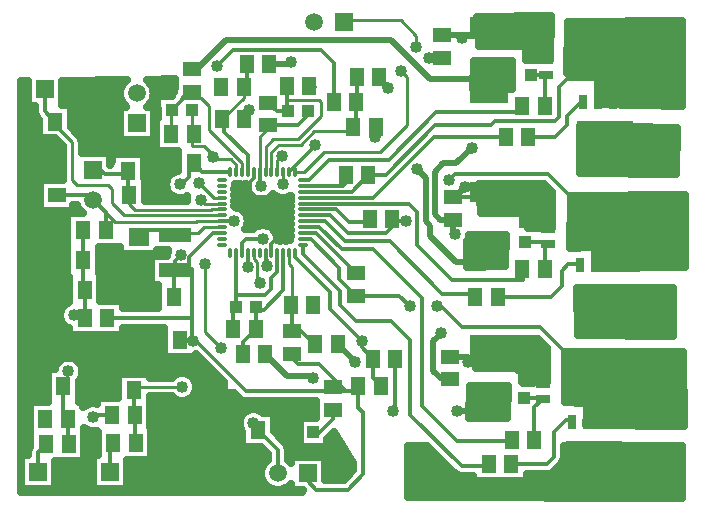
<source format=gtl>
G04 DipTrace 3.0.0.1*
G04 stspin32f0.GTL*
%MOIN*%
G04 #@! TF.FileFunction,Copper,L1,Top*
G04 #@! TF.Part,Single*
G04 #@! TA.AperFunction,Conductor*
%ADD10C,0.009843*%
%ADD14C,0.011811*%
%ADD15C,0.012992*%
%ADD16C,0.019685*%
G04 #@! TA.AperFunction,CopperBalancing*
%ADD17C,0.025*%
%ADD18R,0.051181X0.059055*%
%ADD19R,0.059055X0.051181*%
G04 #@! TA.AperFunction,ComponentPad*
%ADD20C,0.062992*%
%ADD21R,0.062992X0.062992*%
%ADD22R,0.043307X0.03937*%
%ADD23R,0.070866X0.062992*%
G04 #@! TA.AperFunction,ComponentPad*
%ADD24R,0.059055X0.059055*%
%ADD25C,0.059055*%
%ADD26R,0.106299X0.045276*%
%ADD28R,0.027559X0.045276*%
%ADD29R,0.185039X0.181102*%
%ADD31R,0.045276X0.027559*%
%ADD32R,0.181102X0.185039*%
%ADD33R,0.03937X0.043307*%
%ADD34R,0.125984X0.070866*%
%ADD36O,0.033465X0.011811*%
%ADD37O,0.011811X0.033465*%
%ADD38R,0.11811X0.11811*%
%ADD39R,0.19685X0.19685*%
G04 #@! TA.AperFunction,ViaPad*
%ADD40C,0.04*%
%FSLAX26Y26*%
G04*
G70*
G90*
G75*
G01*
G04 Top*
%LPD*%
X1384808Y1363114D2*
D14*
X1473178D1*
D15*
X1533713Y1302580D1*
X1660634D1*
X1681031Y1322978D1*
Y1349971D1*
X2353510Y1341738D2*
Y1348832D1*
X2200190Y1502152D1*
X1891680D1*
X1869152Y1479625D1*
X1727249Y1342639D2*
X1688364D1*
X1681031Y1349971D1*
X523060Y1784294D2*
Y1709629D1*
X557198Y1675491D1*
X1113155Y1363114D2*
D10*
X786299D1*
X746341Y1403072D1*
Y1451105D1*
X733360Y1464087D1*
X632042D1*
X614766Y1481362D1*
Y1607853D1*
X557199Y1665420D1*
X538871Y1683748D1*
X557198Y1675491D2*
D15*
X557199Y1665420D1*
X879169Y1089406D2*
Y1137677D1*
X836437Y1180409D1*
X724865Y1212772D2*
Y1222396D1*
X779896D1*
X1691518Y885728D2*
Y718122D1*
X1682965Y709568D1*
X2002739Y711215D2*
D16*
X1898392D1*
X1416269Y820920D2*
X1411087Y826102D1*
X1331605D1*
X1257882Y899825D1*
Y902052D1*
X1278509Y1237130D2*
D14*
Y1260357D1*
D15*
Y1268126D1*
X1303354Y1292971D1*
X1320320D1*
X1329808Y1302459D1*
X1959127Y1823220D2*
D16*
Y1817165D1*
X1806598D1*
X1676490Y1947274D1*
X1127636D1*
X1037730Y1857367D1*
D15*
X1032853D1*
X1025656Y1850171D1*
X1013354D1*
X1013060Y1850465D1*
X1111122Y1790270D2*
D3*
X1487129Y1741180D2*
Y1870152D1*
X1443051Y1914230D1*
X1150371D1*
X1098445Y1862303D1*
X1487129Y1752710D2*
D16*
Y1741180D1*
X1942248Y1207001D2*
X1894088D1*
X1807563Y1293526D1*
Y1327738D1*
X1792357Y1342944D1*
Y1487396D1*
X1763846Y1515907D1*
X1410222Y1790769D2*
D15*
Y1800975D1*
X1404841Y1795594D1*
X1219454Y1508783D2*
D14*
Y1486344D1*
D15*
X1191571Y1458461D1*
X1417962Y1063163D2*
D3*
X1846790Y1888795D2*
D16*
X1804194D1*
X1946997Y1588001D2*
X1895171Y1536175D1*
X1851873D1*
X1823970Y1508272D1*
Y1366156D1*
X1841503Y1348623D1*
X1883467D1*
Y1307420D1*
X1890772Y1300115D1*
X1842735Y971991D2*
X1846189D1*
X1818543Y944345D1*
Y844127D1*
X1845906Y816765D1*
X1874165D1*
X1357249Y1237130D2*
D14*
Y1222917D1*
D15*
X1473486Y1106681D1*
Y1051703D1*
X1579782Y945407D1*
Y922661D1*
X1616715Y885728D1*
Y821240D1*
X1643390Y794566D1*
X1874165Y891568D2*
D16*
X1932127D1*
Y874769D1*
X1557294D2*
X1499052Y933010D1*
X1874165Y891568D2*
D15*
X1962619D1*
X2002739Y931688D1*
X2008509D1*
X2118946Y821251D1*
X2134189Y1623547D2*
X2224542D1*
X2264576Y1663581D1*
Y1695769D1*
X2309346Y1740539D1*
X2316374D1*
X800076Y1511046D2*
Y1436621D1*
X805025Y1431672D1*
D10*
Y1400016D1*
X824934Y1380106D1*
X1076963D1*
X1079656Y1382799D1*
X1113155D1*
X682997Y1515739D2*
D15*
X707635D1*
X723886Y1499488D1*
X778466D1*
X790024Y1511046D1*
X800076D1*
X2189155Y1727573D2*
Y1823615D1*
X2194993Y1829454D1*
X2142675Y1829814D2*
X2194634D1*
X2194993Y1829454D1*
X1140714Y1508783D2*
D14*
X1128312D1*
D15*
X1048336D1*
X1020445Y1536675D1*
X1113155Y1304059D2*
D14*
X1084039D1*
D15*
X1003451Y1223471D1*
Y1184218D1*
X961272D1*
X956366Y1179312D1*
X953972Y1089406D2*
Y1176919D1*
X956366Y1179312D1*
Y1209531D1*
X978012Y1231177D1*
X974471Y1466031D2*
Y1461310D1*
X1002795Y1489634D1*
Y1519025D1*
X1020445Y1536675D1*
X1187421Y1682610D2*
Y1697908D1*
X1205358Y1715845D1*
X1624693Y1625177D2*
Y1657430D1*
X1626341Y1659079D1*
X956366Y1179312D2*
X1007219D1*
X1012875Y1184969D1*
Y1020550D1*
Y959192D1*
X1194975Y777092D1*
X1483672D1*
X1551113D1*
X1568587Y794566D1*
Y777722D1*
X1525457D1*
X1435606Y867572D1*
X1366676D1*
X1342303Y891945D1*
Y896626D1*
X1347827Y902150D1*
X731328Y1020550D2*
X1012875D1*
X974037Y946835D2*
X1006751D1*
X1012875Y952959D1*
Y959192D1*
X747986Y698377D2*
X691659D1*
X684018Y690736D1*
X520655D2*
Y688974D1*
X525113Y684516D1*
X1017031Y945206D2*
X975665D1*
X974037Y946835D1*
X1483672Y789748D2*
Y777092D1*
X1399776Y502849D2*
Y476367D1*
X1427155Y448988D1*
X1533971D1*
X1584236Y499253D1*
Y706668D1*
X1568587Y722318D1*
Y794566D1*
X1384814Y1481224D2*
D14*
X1402794D1*
X1469795Y1548226D1*
X1669398D1*
X1828346Y1707175D1*
X2114352D1*
Y1727573D1*
X1384808Y1422169D2*
X1617697D1*
X1819075Y1623547D1*
X2059386D1*
X1384808Y1461539D2*
X1518612D1*
X1527150Y1470077D1*
Y1497001D1*
X1384808Y1441854D2*
X1546806D1*
X1601953Y1497001D1*
D15*
X1659576D1*
X1825291Y1662717D1*
X2009657D1*
X2024864Y1677923D1*
X2223127D1*
X2237332Y1692127D1*
Y1792453D1*
X2349333Y1904454D1*
X1483672Y714945D2*
Y683505D1*
X1427014Y626848D1*
X1418640D1*
Y639932D1*
X1883467Y1423427D2*
D16*
Y1434762D1*
X1900697D1*
X1923245Y1457311D1*
X1666663Y1787770D2*
X1637364Y1817070D1*
Y1823451D1*
X1883467Y1423427D2*
D15*
X1986136D1*
X2003969Y1441259D1*
X2078678Y534514D2*
X2197618D1*
X2220547Y557444D1*
Y641073D1*
X2260461Y680987D1*
X2274188D1*
X2279848Y675327D1*
X2154845Y615339D2*
Y722626D1*
X2184029Y751810D1*
X2118946Y754322D2*
X2181517D1*
X2184029Y751810D1*
X500655Y506615D2*
Y574961D1*
X527320Y601626D1*
X1384808Y1402484D2*
D14*
X1735803D1*
X1765238Y1373050D1*
Y1264507D1*
X1881266Y1148478D1*
X2117841D1*
Y1180138D1*
X2114828Y1183151D1*
X1384808Y1284374D2*
X1409530D1*
X1504810Y1189094D1*
Y1149764D1*
X1558913Y1095660D1*
D15*
X1703539D1*
X1739899Y1059301D1*
X1830972Y1061829D2*
X1843621D1*
X1913062Y992388D1*
X2172790D1*
X2338369Y826810D1*
X1384808Y1264689D2*
Y1233255D1*
X1507713Y1110350D1*
Y1064735D1*
X1560932Y1011516D1*
X1678472D1*
X1741307Y948681D1*
Y699077D1*
X1912222Y528163D1*
X1997524D1*
X2003875Y534514D1*
X1384808Y1323744D2*
D14*
X1438609D1*
X1512781Y1249572D1*
X1617558D1*
X1781222Y1085908D1*
Y726551D1*
X1896671Y611102D1*
X2075806D1*
X2080042Y615339D1*
X2003486Y1990594D2*
D15*
Y1963598D1*
X1846790D1*
D16*
X1947982D1*
X1951146Y1960434D1*
X1912619D1*
Y1952580D1*
X1345215Y1874853D2*
X1338378Y1868014D1*
X1271189D1*
X944650Y1633017D2*
D10*
Y1712888D1*
X946896Y1715135D1*
X1013060Y1775661D2*
X1004201D1*
X943675Y1715135D1*
X946896D1*
X1180084Y1508783D2*
Y1537650D1*
X1070091Y1647643D1*
Y1728476D1*
X1044297Y1754270D1*
X976231D1*
X997622Y1775661D1*
X1013060D1*
X1199769Y1508783D2*
D14*
Y1563911D1*
X1121958Y1641722D1*
Y1682610D1*
X1112618D1*
X1185925Y1790270D2*
D10*
Y1755636D1*
X1112899Y1682610D1*
X1112618D1*
X1196386Y1868014D2*
D15*
Y1800731D1*
X1185925Y1790270D1*
X1113155Y1343429D2*
D14*
X1136383D1*
D15*
X1153198D1*
X682997Y1415739D2*
D10*
X756680Y1342056D1*
X1029192D1*
X1026542Y1344706D1*
X1111878D1*
X1113155Y1343429D1*
X725613Y1313340D2*
D15*
Y1373123D1*
X682997Y1415739D1*
X562297Y1430350D2*
X668386D1*
X682997Y1415739D1*
X1384808Y1382799D2*
D14*
X1492765D1*
D15*
X1536026Y1339538D1*
X1595795D1*
X1606228Y1349971D1*
X1013825Y1715135D2*
D10*
Y1592992D1*
Y1627390D1*
X1019453Y1633017D1*
X1013825Y1592992D2*
X1053906D1*
X1097185Y1549713D1*
X1084277D1*
X1142972D1*
X1160807Y1531878D1*
Y1509192D1*
X1160399Y1508783D1*
X1199769Y1237130D2*
D14*
Y1213902D1*
D15*
Y1191837D1*
X1084277Y1557907D2*
Y1549713D1*
X1384808Y1343429D2*
D14*
X1455621D1*
X1522717Y1276333D1*
X1673421D1*
X1848734Y1101021D1*
X1949444D1*
X1958546Y1091919D1*
X1317879Y1508783D2*
D10*
Y1467537D1*
X1384808Y1304059D2*
D14*
X1427612D1*
X1560060Y1171610D1*
X1558913Y1170463D1*
X1258824Y1237130D2*
Y1213902D1*
D15*
X1264415D1*
Y1193364D1*
X619992Y1029797D2*
X629239Y1020550D1*
X656525D1*
X650062Y1212772D2*
Y1121293D1*
X656265Y1115089D1*
Y1020810D1*
X656525Y1020550D1*
X650810Y1313340D2*
Y1213520D1*
X650062Y1212772D1*
X2033349Y1091919D2*
X2210209D1*
X2245575Y1127285D1*
Y1179122D1*
X2266310Y1199857D1*
X2305446D1*
X2307824Y1197479D1*
X739990Y506933D2*
Y591411D1*
X751713Y603134D1*
X1113155Y1323744D2*
D10*
X1052534D1*
X1034311Y1305521D1*
X964465D1*
X956366Y1297423D1*
D15*
Y1313811D1*
X856085D1*
Y1310294D1*
X836437Y1290646D1*
X1562560Y1823451D2*
Y1741808D1*
X1561932Y1741180D1*
Y1669472D1*
X1551538Y1659079D1*
X1278509Y1508783D2*
D10*
Y1574728D1*
X1302932Y1599151D1*
X1376895D1*
X1421626Y1643882D1*
X1551538D1*
Y1659079D1*
X585088Y793559D2*
X598581D1*
Y842639D1*
X602037D1*
X1038201Y1469572D2*
X1085604Y1422169D1*
X1113155D1*
X585088Y793559D2*
D15*
Y699344D1*
X599916Y684516D1*
Y603833D1*
X602123Y601626D1*
X1113155Y1402484D2*
D10*
X1056644D1*
X1043512Y1415617D1*
X1056974Y1201869D2*
Y975516D1*
X1111066Y921424D1*
X980446Y790803D2*
X831615D1*
X820606Y779794D1*
D15*
Y700559D1*
X822789Y698377D1*
Y606861D1*
X826516Y603134D1*
X1219454Y1237130D2*
D10*
Y1217887D1*
X1230945Y1206396D1*
Y1144441D1*
X1239228Y1136157D1*
X1218576Y670825D2*
Y663257D1*
X1233841Y647992D1*
X1299776Y502849D2*
D15*
Y582058D1*
X1233841Y647992D1*
X2189631Y1183151D2*
Y1257198D1*
X2199171Y1266738D1*
X2124106Y1273500D2*
X2192408D1*
X2199171Y1266738D1*
X1330038Y1795594D2*
Y1746341D1*
Y1715283D1*
X1335154Y1710168D1*
X1295780D1*
X1268614Y1737333D1*
X1258824Y1508783D2*
D10*
Y1591770D1*
X1281626Y1614571D1*
X1279675D1*
X1281873Y1616769D1*
X1366640D1*
X1442568Y1692697D1*
Y1739454D1*
X1435681Y1746341D1*
X1330038D1*
X1402083Y1710168D2*
D15*
X1393458D1*
Y1690062D1*
X1365927Y1662530D1*
X1268614D1*
X1239139Y1508783D2*
D10*
Y1624021D1*
X1258677Y1643559D1*
Y1652593D1*
X1268614Y1662530D1*
X1180084Y1237130D2*
D14*
Y1260357D1*
D15*
Y1272307D1*
X1192690Y1284913D1*
X1250593D1*
X1244894Y1459615D2*
X1239139D1*
Y1508783D1*
X1298194D2*
D10*
Y1546530D1*
X1312479Y1560815D1*
X1424249Y933010D2*
D15*
X1420127D1*
X1376185Y976953D1*
X1347827D1*
Y1058495D1*
X1343159Y1063163D1*
X1337564Y1237130D2*
D10*
Y1199959D1*
X1345815Y1191709D1*
Y1065819D1*
X1343159Y1063163D1*
X1183079Y902052D2*
D15*
Y940554D1*
X1226429Y983904D1*
X1226875Y1059147D2*
Y984350D1*
X1226429Y983904D1*
X1317879Y1237130D2*
D14*
Y1213902D1*
D15*
Y1113490D1*
X1252762Y1048373D1*
X1237650D1*
X1226875Y1059147D1*
X1151626Y983904D2*
Y1050827D1*
X1159946Y1059147D1*
D14*
Y1098252D1*
X1258281D1*
X1277937Y1117908D1*
Y1152924D1*
X1298194Y1173181D1*
Y1237130D1*
X1159946Y1059147D2*
Y1237130D1*
X1160399D1*
X1424558Y1598450D2*
D10*
X1337564Y1511457D1*
Y1508783D1*
X1357249D2*
X1388684D1*
X1453951Y1574051D1*
X1639538D1*
X1730769Y1665282D1*
Y1824937D1*
X1709862Y1845844D1*
X1761180Y1923770D2*
Y1961783D1*
X1709862Y2013101D1*
X1527625D1*
X1521306Y2006782D1*
D40*
X1869152Y1479625D3*
X1727249Y1342639D3*
X779896Y1222396D3*
X1682965Y709568D3*
X1898392Y711215D3*
X1416269Y820920D3*
X1111122Y1790270D3*
X1098445Y1862303D3*
X1763846Y1515907D3*
X1410222Y1790769D3*
X1417962Y1063163D3*
X1804194Y1888795D3*
X1946997Y1588001D3*
X1890772Y1300115D3*
X1842735Y971991D3*
X1579782Y945407D3*
X1932127Y874769D3*
X1557294D3*
X978012Y1231177D3*
X974471Y1466031D3*
X1205358Y1715845D3*
X1624693Y1625177D3*
X1205358Y1715845D3*
X684018Y690736D3*
X520655D3*
X1017031Y945206D3*
X684018Y690736D3*
X1923245Y1457311D3*
X1666663Y1787770D3*
X1739899Y1059301D3*
X1830972Y1061829D3*
X1912619Y1952580D3*
X1345215Y1874853D3*
X1153198Y1343429D3*
X1199769Y1191837D3*
X1084277Y1557907D3*
X1317879Y1467537D3*
X1264415Y1193364D3*
X619992Y1029797D3*
X602037Y842639D3*
X1038201Y1469572D3*
X1043512Y1415617D3*
X1056974Y1201869D3*
X1111066Y921424D3*
X980446Y790803D3*
X1239228Y1136157D3*
X1218576Y670825D3*
X1250593Y1284913D3*
X1244894Y1459615D3*
X1312479Y1560815D3*
X1424558Y1598450D3*
X1709862Y1845844D3*
X1761180Y1923770D3*
X1959375Y1861718D3*
X1959127Y1823220D3*
X1996008Y1858980D3*
X2035000Y1859535D3*
X2073201Y1857034D3*
X2073953Y1794522D3*
X1954862Y772089D3*
X1947950Y733604D3*
X1954234Y703759D3*
X2007013Y774133D3*
X2051625Y774602D3*
X2049098Y1210290D3*
X2009213Y1206419D3*
X1980028Y1210142D3*
X1942248Y1207001D3*
X1948610Y1263785D3*
X1329808Y1302459D3*
Y1350840D3*
Y1404404D3*
X2321014Y1646343D3*
X2385092Y1643413D3*
X2444042Y1645135D3*
X2445471Y1590539D3*
X2385530Y1593470D3*
X2325005Y1594752D3*
X2325224Y1534738D3*
X2384249Y1534812D3*
X2441699Y1536240D3*
X2319953Y1103699D3*
X2372444Y1104371D3*
X2427717Y1100243D3*
X2426753Y1048134D3*
X2371861Y1048806D3*
X2319661Y1049098D3*
X2322825Y991424D3*
X2374934Y992388D3*
X2427427Y992096D3*
X2413803Y581499D3*
X2361694Y582552D3*
X2307566Y584664D3*
Y519022D3*
X2355837Y519605D3*
X2413803Y518549D3*
X1347112Y727984D3*
X1395492D3*
X1968173Y2002585D2*
D17*
X2207852D1*
X1969882Y1977717D2*
X2207412D1*
X1971592Y1952849D2*
X2206972D1*
X2129844Y1927980D2*
X2206533D1*
X2130088Y1903112D2*
X2206142D1*
X2210759Y2027324D2*
X1964092Y2024807D1*
X1970762Y1928671D1*
X2116906Y1928538D1*
X2120625Y1927329D1*
X2123789Y1925031D1*
X2126087Y1921867D1*
X2127295Y1918148D1*
X2127686Y1891312D1*
X2127780Y1880484D1*
X2208293Y1881307D1*
X2210755Y2027374D1*
X1955413Y1853451D2*
X2077562D1*
X1955022Y1828583D2*
X2077219D1*
X1954583Y1803714D2*
X2076878D1*
X2080367Y1878160D2*
X1953327Y1876571D1*
X1951777Y1784966D1*
X2079093Y1784192D1*
X2080378Y1878177D1*
X1941320Y769836D2*
X2063858D1*
X1940588Y744967D2*
X2063517D1*
X1939854Y720098D2*
X2063176D1*
X1939122Y695230D2*
X2062785D1*
X2066734Y794545D2*
X1939497Y792953D1*
X1936433Y688530D1*
X2065199Y688736D1*
X2066732Y794535D1*
X1934388Y1273764D2*
X2056927D1*
X1933656Y1248895D2*
X2056585D1*
X1932923Y1224026D2*
X2056244D1*
X1932190Y1199159D2*
X2055853D1*
X1939488Y1296980D2*
Y1296541D1*
X1937121Y1296469D1*
X1935980Y1289262D1*
X1933726Y1282324D1*
X1932022Y1278698D1*
X1929501Y1192459D1*
X2058268Y1192665D1*
X2059801Y1298465D1*
X1939499Y1296969D1*
X1973009Y1451622D2*
X2201602D1*
X1975109Y1426753D2*
X2212491D1*
X1977209Y1401885D2*
X2212491D1*
X1979357Y1377016D2*
X2212491D1*
X2136925Y1352147D2*
X2212491D1*
X2137121Y1327278D2*
X2212442D1*
X2134717Y1321646D2*
X2215007Y1322157D1*
X2214999Y1440696D1*
X2186520Y1469171D1*
X1968990Y1469163D1*
X1977483Y1369542D1*
X2123815Y1369391D1*
X2127534Y1368182D1*
X2130698Y1365885D1*
X2132996Y1362720D1*
X2134205Y1359001D1*
X2134596Y1332165D1*
X2134694Y1321667D1*
X1966150Y925175D2*
X2190886D1*
X1965320Y900306D2*
X2193913D1*
X1964490Y875437D2*
X2194109D1*
X2119080Y850570D2*
X2194304D1*
X2119274Y825701D2*
X2194500D1*
X2196306Y922220D2*
X2168478Y950049D1*
X1964454Y950043D1*
X1961223Y853444D1*
X2106106Y853310D1*
X2109825Y852101D1*
X2112990Y849803D1*
X2115287Y846639D1*
X2116496Y842920D1*
X2116887Y816084D1*
X2116980Y805256D1*
X2197154Y806106D1*
X2196259Y922265D1*
X446802Y1792319D2*
X464551D1*
X581567D2*
X776129D1*
X883228D2*
X954546D1*
X446802Y1767450D2*
X464551D1*
X581567D2*
X771148D1*
X888159D2*
X945220D1*
X446753Y1742581D2*
X464551D1*
X581567D2*
X777886D1*
X881421D2*
X896245D1*
X446705Y1717713D2*
X487554D1*
X611793D2*
X771148D1*
X446655Y1692844D2*
X492144D1*
X611793D2*
X771148D1*
X446655Y1667975D2*
X502593D1*
X611793D2*
X771148D1*
X446606Y1643106D2*
X502593D1*
X626441D2*
X771148D1*
X446558Y1618238D2*
X557476D1*
X646900D2*
X771148D1*
X446509Y1593369D2*
X580865D1*
X648657D2*
X890045D1*
X446509Y1568500D2*
X580865D1*
X741529D2*
X965874D1*
X446461Y1543631D2*
X580865D1*
X854663D2*
X965874D1*
X446411Y1518762D2*
X580865D1*
X854663D2*
X965874D1*
X446362Y1493894D2*
X580865D1*
X854663D2*
X934770D1*
X446314Y1469025D2*
X503765D1*
X859594D2*
X925591D1*
X446314Y1444156D2*
X503765D1*
X859594D2*
X930962D1*
X446265Y1419287D2*
X503765D1*
X859594D2*
X994682D1*
X446217Y1394419D2*
X503765D1*
X446167Y1369550D2*
X648785D1*
X446167Y1344681D2*
X596245D1*
X446118Y1319812D2*
X596245D1*
X446070Y1294944D2*
X596245D1*
X446021Y1270075D2*
X596245D1*
X446021Y1245206D2*
X595465D1*
X704663D2*
X772026D1*
X900854D2*
X931206D1*
X445972Y1220337D2*
X595465D1*
X704663D2*
X874224D1*
X445923Y1195469D2*
X595465D1*
X704663D2*
X874224D1*
X445874Y1170600D2*
X595465D1*
X710865D2*
X874224D1*
X445874Y1145731D2*
X601665D1*
X710865D2*
X874224D1*
X445825Y1120862D2*
X601665D1*
X710865D2*
X899370D1*
X445777Y1095993D2*
X601665D1*
X710865D2*
X899370D1*
X445728Y1071125D2*
X596197D1*
X785913D2*
X899370D1*
X445678Y1046256D2*
X574029D1*
X445678Y1021387D2*
X571782D1*
X445630Y996518D2*
X585014D1*
X445581Y971650D2*
X601958D1*
X785913D2*
X919438D1*
X445533Y946781D2*
X919438D1*
X445533Y921912D2*
X919438D1*
X445484Y897043D2*
X919438D1*
X445434Y872175D2*
X563629D1*
X640454D2*
X1050738D1*
X445386Y847306D2*
X530522D1*
X650806D2*
X1075591D1*
X445386Y822437D2*
X530522D1*
X646411D2*
X766021D1*
X875171D2*
X943853D1*
X1017017D2*
X1100493D1*
X445337Y797568D2*
X530522D1*
X639673D2*
X766021D1*
X1028930D2*
X1116655D1*
X445289Y772699D2*
X530522D1*
X639673D2*
X766021D1*
X1025757D2*
X1116558D1*
X445239Y747831D2*
X530522D1*
X639673D2*
X693413D1*
X877369D2*
X960210D1*
X1000709D2*
X1177251D1*
X445239Y722962D2*
X470513D1*
X877369D2*
X1425151D1*
X445190Y698093D2*
X470513D1*
X877369D2*
X1178423D1*
X1288403D2*
X1425151D1*
X445142Y673224D2*
X470513D1*
X877369D2*
X1169634D1*
X1288403D2*
X1369976D1*
X445093Y648356D2*
X470513D1*
X881079D2*
X1175396D1*
X1288403D2*
X1369976D1*
X445093Y623487D2*
X472759D1*
X656714D2*
X697125D1*
X881079D2*
X1179253D1*
X1307495D2*
X1369976D1*
X1472827D2*
X1496197D1*
X445045Y598618D2*
X472759D1*
X656714D2*
X697125D1*
X881079D2*
X1179253D1*
X1330786D2*
X1369976D1*
X1467310D2*
X1511235D1*
X444995Y573749D2*
X465190D1*
X656714D2*
X697125D1*
X881079D2*
X1258941D1*
X1335278D2*
X1526323D1*
X656714Y548881D2*
X681450D1*
X881079D2*
X1264312D1*
X1458277D2*
X1541362D1*
X559155Y524012D2*
X681450D1*
X798510D2*
X1245415D1*
X1458277D2*
X1548735D1*
X559155Y499143D2*
X681450D1*
X798510D2*
X1241362D1*
X1458277D2*
X1534966D1*
X559155Y474274D2*
X681450D1*
X798510D2*
X1249077D1*
X444801Y449406D2*
X1280474D1*
X1319067D2*
X1341265D1*
X760493Y1567066D2*
X852159D1*
Y1487720D1*
X857108Y1487692D1*
Y1411568D1*
X997249Y1411520D1*
X997163Y1419265D1*
X998223Y1426064D1*
X992262Y1423079D1*
X985324Y1420824D1*
X978119Y1419682D1*
X970823D1*
X963618Y1420824D1*
X956680Y1423079D1*
X950178Y1426391D1*
X944277Y1430678D1*
X939118Y1435837D1*
X934831Y1441739D1*
X931518Y1448240D1*
X929264Y1455178D1*
X928122Y1462383D1*
Y1469680D1*
X929264Y1476885D1*
X931518Y1483823D1*
X934831Y1490324D1*
X939118Y1496226D1*
X944277Y1501385D1*
X950178Y1505672D1*
X956680Y1508984D1*
X963618Y1511239D1*
X968374Y1512091D1*
X968362Y1576992D1*
X892567Y1576997D1*
Y1689037D1*
X898768D1*
X898751Y1761312D1*
X945686Y1761604D1*
X948241Y1768531D1*
X952344Y1774671D1*
X954026Y1776490D1*
X957041Y1786077D1*
Y1815912D1*
X862244Y1814829D1*
X869272Y1808854D1*
X874982Y1802171D1*
X879573Y1794675D1*
X882938Y1786554D1*
X884990Y1778007D1*
X885680Y1769243D1*
X884990Y1760479D1*
X882938Y1751932D1*
X879573Y1743811D1*
X874982Y1736315D1*
X869272Y1729631D1*
X864302Y1725273D1*
X885680Y1725262D1*
Y1613223D1*
X773640D1*
Y1725262D1*
X794979D1*
X790049Y1729631D1*
X784339Y1736315D1*
X779747Y1743811D1*
X776382Y1751932D1*
X774331Y1760479D1*
X773640Y1769243D1*
X774331Y1778007D1*
X776382Y1786554D1*
X779747Y1794675D1*
X784339Y1802171D1*
X790049Y1808854D1*
X796071Y1814042D1*
X579060Y1811499D1*
X579080Y1731520D1*
X609281Y1731510D1*
Y1657731D1*
X638654Y1628255D1*
X642756Y1622114D1*
X645312Y1615186D1*
X646180Y1607853D1*
Y1571769D1*
X739017Y1571759D1*
Y1532451D1*
X747993Y1542526D1*
Y1567066D1*
X760493D1*
X901890Y1053551D2*
Y1130211D1*
X876724Y1130182D1*
Y1228442D1*
X929312D1*
X931289Y1230963D1*
X932804Y1242030D1*
X934807Y1248286D1*
X898362Y1248293D1*
Y1232657D1*
X774512D1*
Y1257316D1*
X702159Y1257320D1*
X702144Y1171087D1*
X708348Y1171109D1*
Y1076529D1*
X783411Y1076570D1*
Y1053571D1*
X901885Y1053538D1*
X1382699Y446829D2*
X1343756D1*
Y468167D1*
X1339387Y463238D1*
X1332703Y457528D1*
X1325207Y452936D1*
X1317087Y449571D1*
X1308539Y447520D1*
X1299776Y446829D1*
X1291012Y447520D1*
X1282465Y449571D1*
X1274344Y452936D1*
X1266848Y457528D1*
X1260164Y463238D1*
X1254454Y469921D1*
X1249862Y477417D1*
X1246497Y485538D1*
X1244446Y494085D1*
X1243756Y502849D1*
X1244446Y511613D1*
X1246497Y520160D1*
X1249862Y528281D1*
X1254454Y535777D1*
X1260164Y542461D1*
X1266781Y548117D1*
X1266787Y568425D1*
X1243199Y591972D1*
X1181759D1*
Y642412D1*
X1177151Y649718D1*
X1174360Y656458D1*
X1172656Y663552D1*
X1172084Y670825D1*
X1172656Y678098D1*
X1174360Y685193D1*
X1177151Y691933D1*
X1181766Y699172D1*
X1181759Y704012D1*
X1186007D1*
X1191249Y708438D1*
X1197469Y712251D1*
X1204209Y715042D1*
X1211303Y716745D1*
X1218576Y717318D1*
X1225849Y716745D1*
X1232944Y715042D1*
X1239684Y712251D1*
X1245903Y708438D1*
X1251143Y704012D1*
X1285924D1*
Y642537D1*
X1324860Y603482D1*
X1329168Y597034D1*
X1331852Y589759D1*
X1332764Y582058D1*
Y548122D1*
X1339387Y542461D1*
X1343745Y537491D1*
X1343756Y558869D1*
X1455795D1*
Y481965D1*
X1520270Y481976D1*
X1551214Y512883D1*
X1551248Y536705D1*
X1487999Y641168D1*
X1464841Y618022D1*
X1464818Y591786D1*
X1372463D1*
Y688077D1*
X1427688D1*
X1427652Y740841D1*
X1425690Y744089D1*
X1192387Y744205D1*
X1184781Y745718D1*
X1177739Y748965D1*
X1171648Y753765D1*
X1154835Y770580D1*
X1129635Y770748D1*
X1125916Y771957D1*
X1122752Y774256D1*
X1120454Y777420D1*
X1119245Y781139D1*
X1119211Y806157D1*
X1026119Y899327D1*
Y890815D1*
X921954D1*
Y987543D1*
X783432Y987562D1*
X783411Y964530D1*
X604442D1*
Y985966D1*
X598886Y988371D1*
X592665Y992182D1*
X587118Y996921D1*
X582379Y1002469D1*
X578568Y1008689D1*
X575776Y1015429D1*
X574073Y1022522D1*
X573500Y1029797D1*
X574073Y1037070D1*
X575776Y1044163D1*
X578568Y1050903D1*
X582379Y1057123D1*
X587118Y1062671D1*
X592665Y1067409D1*
X598886Y1071220D1*
X604194Y1073484D1*
X604182Y1156774D1*
X597979Y1156752D1*
Y1268791D1*
X598711D1*
X598727Y1369360D1*
X651608D1*
X646615Y1373142D1*
X640400Y1379357D1*
X635232Y1386469D1*
X631241Y1394301D1*
X630118Y1397348D1*
X618316Y1397325D1*
Y1378268D1*
X506277D1*
Y1482433D1*
X583377D1*
X583353Y1594887D1*
X558752Y1619442D1*
X505115Y1619471D1*
Y1680945D1*
X496373Y1690239D1*
X492583Y1697004D1*
X490478Y1704469D1*
X490072Y1709629D1*
Y1728232D1*
X467041Y1728274D1*
Y1810159D1*
X444346Y1809751D1*
X442294Y440269D1*
X444635Y450596D1*
Y562635D1*
X467634D1*
X467768Y577549D1*
X469281Y585155D1*
X472528Y592197D1*
X473974Y594358D1*
X475238Y608106D1*
Y628467D1*
X473030Y628496D1*
Y740535D1*
X533041D1*
X533005Y849579D1*
X556101D1*
X557820Y857007D1*
X560612Y863747D1*
X564424Y869966D1*
X569161Y875514D1*
X574710Y880252D1*
X580929Y884064D1*
X587669Y886856D1*
X594764Y888559D1*
X602037Y889131D1*
X609310Y888559D1*
X616404Y886856D1*
X623144Y884064D1*
X629364Y880252D1*
X634912Y875514D1*
X639650Y869966D1*
X643462Y863747D1*
X646253Y857007D1*
X647957Y849912D1*
X648529Y842639D1*
X647957Y835366D1*
X646253Y828272D1*
X643462Y821531D1*
X639650Y815312D1*
X637171Y812079D1*
Y740503D1*
X651999Y740535D1*
Y724471D1*
X656692Y728349D1*
X662911Y732161D1*
X669651Y734953D1*
X676745Y736656D1*
X684018Y737228D1*
X691291Y736656D1*
X695902Y735654D1*
X695903Y754396D1*
X768510D1*
X768524Y835814D1*
X872689D1*
Y822190D1*
X946215Y822217D1*
X950252Y826156D1*
X956154Y830444D1*
X962655Y833756D1*
X969593Y836010D1*
X976798Y837152D1*
X984094D1*
X991299Y836010D1*
X998238Y833756D1*
X1004739Y830444D1*
X1010640Y826156D1*
X1015799Y820997D1*
X1020087Y815096D1*
X1023399Y808594D1*
X1025654Y801656D1*
X1026795Y794451D1*
Y787155D1*
X1025654Y779950D1*
X1023399Y773012D1*
X1020087Y766510D1*
X1015799Y760609D1*
X1010640Y755450D1*
X1004739Y751163D1*
X998238Y747850D1*
X991299Y745596D1*
X984094Y744454D1*
X976798D1*
X969593Y745596D1*
X962655Y747850D1*
X956154Y751163D1*
X950252Y755450D1*
X946226Y759383D1*
X872682Y759390D1*
X874871Y754396D1*
Y659133D1*
X878598Y659154D1*
Y547114D1*
X796030D1*
X796009Y450913D1*
X683970D1*
Y562953D1*
X699644D1*
X699630Y642378D1*
X695903Y642357D1*
Y645823D1*
X687667Y644387D1*
X680370D1*
X673165Y645529D1*
X666227Y647783D1*
X659726Y651096D1*
X654217Y655075D1*
X654206Y545606D1*
X556697D1*
X556675Y450596D1*
X444635D1*
X442322Y440315D1*
X1379772Y440571D1*
X1156280Y1458997D2*
X1154845Y1451710D1*
X1156280Y1444396D1*
X1155980Y1436786D1*
X1154845Y1432025D1*
X1156280Y1424711D1*
X1155980Y1417101D1*
X1154845Y1412340D1*
X1156280Y1405026D1*
X1155980Y1397416D1*
X1154845Y1392655D1*
X1155583Y1389865D1*
X1163450Y1388756D1*
X1163437Y1458504D1*
X1198448D1*
X1198818Y1465571D1*
X1192206Y1466454D1*
X1189940Y1467093D1*
X1182626Y1465659D1*
X1175016Y1465958D1*
X1170255Y1467093D1*
X1162941Y1465659D1*
X1156091Y1465867D1*
X1156280Y1458997D1*
X1296854Y1280302D2*
X1303262Y1279955D1*
X1308024Y1278820D1*
X1315337Y1280255D1*
X1322948Y1279955D1*
X1327709Y1278820D1*
X1335022Y1280255D1*
X1341873Y1280046D1*
X1341684Y1286916D1*
X1343118Y1294203D1*
X1341684Y1301517D1*
X1341983Y1309127D1*
X1343118Y1313888D1*
X1341684Y1321202D1*
X1341983Y1328812D1*
X1343118Y1333573D1*
X1341684Y1340887D1*
X1341983Y1348497D1*
X1343118Y1353259D1*
X1341684Y1360572D1*
X1341983Y1368182D1*
X1343118Y1372944D1*
X1341684Y1380257D1*
X1341983Y1387867D1*
X1343118Y1392629D1*
X1341684Y1399942D1*
X1341983Y1407552D1*
X1343118Y1412314D1*
X1341684Y1419627D1*
X1341983Y1427238D1*
X1342105Y1427852D1*
X1334534Y1424164D1*
X1334531Y1287409D1*
X1296983D1*
X1296829Y1280316D1*
X1170757Y1433857D2*
X1203697D1*
X1171490Y1408988D2*
X1339487D1*
X1178178Y1384119D2*
X1338999D1*
X1199419Y1359251D2*
X1338510D1*
X1201323Y1334382D2*
X1338022D1*
X1292534Y1309513D2*
X1337534D1*
X1299566Y1284644D2*
X1337046D1*
X1341807Y1398906D2*
X1341685Y1405025D1*
X1342138Y1416176D1*
X1341584Y1422169D1*
X1342106Y1427850D1*
X1335672Y1424583D1*
X1328734Y1422328D1*
X1321528Y1421188D1*
X1314232D1*
X1307026Y1422328D1*
X1300088Y1424583D1*
X1293588Y1427895D1*
X1287686Y1432184D1*
X1284472Y1435238D1*
X1280247Y1429423D1*
X1275088Y1424264D1*
X1269186Y1419975D1*
X1262686Y1416663D1*
X1255748Y1414408D1*
X1248542Y1413268D1*
X1241247D1*
X1234041Y1414408D1*
X1227102Y1416663D1*
X1220602Y1419975D1*
X1214701Y1424264D1*
X1209542Y1429423D1*
X1205253Y1435324D1*
X1201941Y1441824D1*
X1199686Y1448762D1*
X1198812Y1453717D1*
X1167609Y1457199D1*
X1169643Y1386912D1*
X1177491Y1383070D1*
X1183392Y1378781D1*
X1188551Y1373622D1*
X1192840Y1367720D1*
X1196152Y1361220D1*
X1198407Y1354282D1*
X1199547Y1347076D1*
Y1339781D1*
X1198407Y1332575D1*
X1196152Y1325636D1*
X1192008Y1317891D1*
X1217837Y1317903D1*
X1223265Y1322528D1*
X1229486Y1326339D1*
X1236226Y1329131D1*
X1243319Y1330833D1*
X1250593Y1331406D1*
X1257866Y1330833D1*
X1264959Y1329131D1*
X1271699Y1326339D1*
X1277920Y1322528D1*
X1283467Y1317789D1*
X1288206Y1312241D1*
X1292017Y1306021D1*
X1294810Y1299281D1*
X1296512Y1292188D1*
X1297085Y1284913D1*
X1297012Y1283076D1*
X1339499Y1283341D1*
X1341982Y1408316D1*
X2270654Y1985558D2*
X2644218D1*
X2270068Y1960689D2*
X2644413D1*
X2269482Y1935822D2*
X2644609D1*
X2268896Y1910953D2*
X2644755D1*
X2268310Y1886084D2*
X2644950D1*
X2267724Y1861215D2*
X2645146D1*
X2289745Y1836346D2*
X2645341D1*
X2370605Y1811478D2*
X2645537D1*
X2370214Y1786609D2*
X2645682D1*
X2369774Y1761740D2*
X2645878D1*
X2369335Y1736871D2*
X2646073D1*
X2355824Y1833804D2*
X2359857Y1833130D1*
X2363310Y1831295D1*
X2366028Y1828483D1*
X2367743Y1824967D1*
X2368287Y1821094D1*
X2366818Y1733332D1*
X2648642Y1727514D1*
X2646510Y2010356D1*
X2268636Y2008197D1*
X2264822Y1837173D1*
X2358198Y1833576D1*
X2361871Y1832231D1*
X2364948Y1829818D1*
X2367129Y1826571D1*
X2368199Y1822810D1*
X2368268Y1820671D1*
X2279902Y1406003D2*
X2655126D1*
X2279316Y1381134D2*
X2654882D1*
X2278730Y1356265D2*
X2654688D1*
X2278193Y1331396D2*
X2654492D1*
X2277608Y1306528D2*
X2654248D1*
X2277021Y1281659D2*
X2654052D1*
X2276436Y1256790D2*
X2319336D1*
X2361542D2*
X2653808D1*
X2360713Y1231921D2*
X2653613D1*
X2359932Y1207052D2*
X2653417D1*
X2358252Y1232689D2*
X2356774Y1186864D1*
X2655745Y1189198D1*
X2657828Y1430743D1*
X2277881Y1426409D1*
X2273879Y1254203D1*
X2347449Y1258020D1*
X2351227Y1257013D1*
X2354510Y1254888D1*
X2356978Y1251854D1*
X2358385Y1248205D1*
X2358656Y1245182D1*
X2358252Y1232689D1*
X2259969Y883915D2*
X2648841D1*
X2259969Y859046D2*
X2649085D1*
X2259969Y834177D2*
X2649281D1*
X2259969Y809308D2*
X2649476D1*
X2259969Y784440D2*
X2649720D1*
X2259969Y759571D2*
X2649916D1*
X2332014Y734702D2*
X2650110D1*
X2331526Y709833D2*
X2650306D1*
X2331088Y684965D2*
X2650550D1*
X2651155Y908714D2*
X2257470Y906483D1*
X2257772Y740287D1*
X2319105Y738631D1*
X2322793Y737332D1*
X2325900Y734957D1*
X2328121Y731738D1*
X2329238Y727990D1*
X2328874Y701105D1*
X2328156Y663075D1*
X2653287Y662430D1*
X2651143Y908724D1*
X1736270Y570993D2*
X1820260D1*
X2256022D2*
X2644576D1*
X1736270Y546126D2*
X1845114D1*
X2254020D2*
X2644576D1*
X1736270Y521257D2*
X1870016D1*
X2233512D2*
X2644576D1*
X1736270Y496388D2*
X1900924D1*
X2133268D2*
X2644576D1*
X1736270Y471520D2*
X2644576D1*
X1736270Y446651D2*
X2644576D1*
X2457340Y421782D2*
X2644576D1*
X2055959Y478542D2*
X1951794Y478495D1*
Y495146D1*
X1909634Y495277D1*
X1902029Y496790D1*
X1894986Y500037D1*
X1888896Y504837D1*
X1888669Y505083D1*
X1798056Y595677D1*
X1733743Y595832D1*
X1733832Y425316D1*
X2647151Y420839D1*
X2647070Y593594D1*
X2253566Y594559D1*
X2253434Y554854D1*
X2251921Y547249D1*
X2248675Y540206D1*
X2243874Y534117D1*
X2243629Y533890D1*
X2219045Y509430D1*
X2212596Y505122D1*
X2205322Y502438D1*
X2197619Y501526D1*
X2197286Y501539D1*
X2130774Y501526D1*
X2130762Y478495D1*
X2026597Y478545D1*
X2300123Y1094572D2*
X2613239D1*
X2300857Y1069703D2*
X2613483D1*
X2301589Y1044835D2*
X2613727D1*
X2302273Y1019967D2*
X2613971D1*
X2303005Y995098D2*
X2614215D1*
X2303689Y970230D2*
X2614459D1*
X2615555Y1119441D2*
X2296903D1*
X2301407Y962983D1*
X2617003Y961349D1*
X2615512Y1119408D1*
X2308812Y1635408D2*
X2628252D1*
X2308812Y1610539D2*
X2627568D1*
X2308812Y1585671D2*
X2626933D1*
X2308812Y1560802D2*
X2626298D1*
X2308812Y1535933D2*
X2625614D1*
X2308812Y1511064D2*
X2624980D1*
X2631291Y1655735D2*
X2306320Y1660106D1*
X2306370Y1503005D1*
X2627224Y1501816D1*
X2631276Y1655718D1*
D18*
X800076Y1511046D3*
X874879D3*
D19*
X1558913Y1170463D3*
Y1095660D3*
D18*
X1606228Y1349971D3*
X1681031D3*
X1527150Y1497001D3*
X1601953D3*
X805025Y1431672D3*
X879828D3*
X1020445Y1536675D3*
X945642D3*
X953972Y1089406D3*
X879169D3*
D19*
X562297Y1430350D3*
Y1505154D3*
D18*
X974037Y946835D3*
X899234D3*
D20*
X1518938Y507500D3*
D21*
X1768938D3*
D18*
X557198Y1675491D3*
X632001D3*
D22*
X1013825Y1715135D3*
X946896D3*
X1402083Y1710168D3*
X1335154D3*
X1159946Y1059147D3*
X1226875D3*
D18*
X1616715Y885728D3*
X1691518D3*
X656265Y1115089D3*
X731068D3*
X585088Y793559D3*
X510285D3*
X820606Y779794D3*
X745803D3*
X1233841Y647992D3*
X1159038D3*
D23*
X836437Y1290646D3*
Y1180409D3*
D18*
X731328Y1020550D3*
X656525D3*
D19*
X1483672Y714945D3*
Y789748D3*
D24*
X682997Y1515739D3*
D25*
Y1415739D3*
D24*
X829660Y1669243D3*
D25*
Y1769243D3*
D24*
X1399776Y502849D3*
D25*
X1299776D3*
X1199776D3*
D24*
X500655Y506615D3*
D25*
X600655D3*
D24*
X739990Y506933D3*
D25*
X839990D3*
D24*
X523060Y1784294D3*
D25*
X623060D3*
D26*
X956366Y1179312D3*
Y1297423D3*
D28*
X2457824Y1197499D3*
X2407824Y1197479D3*
X2357824D3*
X2307824D3*
D29*
X2382824Y1043139D3*
D31*
X2199151Y1416738D3*
X2199171Y1366738D3*
Y1316738D3*
Y1266738D3*
D32*
X2353510Y1341738D3*
D28*
X2466374Y1740559D3*
X2416374Y1740539D3*
X2366374D3*
X2316374D3*
D29*
X2391374Y1586199D3*
D31*
X2194974Y1979454D3*
X2194993Y1929454D3*
Y1879454D3*
Y1829454D3*
D32*
X2349333Y1904454D3*
D28*
X2429848Y675346D3*
X2379848Y675327D3*
X2329848D3*
X2279848D3*
D29*
X2354848Y520987D3*
D31*
X2184009Y901810D3*
X2184029Y851810D3*
Y801810D3*
Y751810D3*
D32*
X2338369Y826810D3*
D18*
X2059386Y1623547D3*
X2134189D3*
X2114352Y1727573D3*
X2189155D3*
X2003875Y534514D3*
X2078678D3*
X2080042Y615339D3*
X2154845D3*
X599916Y684516D3*
X525113D3*
X822789Y698377D3*
X747986D3*
X527320Y601626D3*
X602123D3*
D33*
X2142675Y1896743D3*
Y1829814D3*
D18*
X751713Y603134D3*
X826516D3*
X1958546Y1091919D3*
X2033349D3*
D33*
X1418640Y639932D3*
Y573003D3*
D18*
X1196386Y1868014D3*
X1271189D3*
X1111122Y1790270D3*
X1185925D3*
X2114828Y1183151D3*
X2189631D3*
X1112618Y1682610D3*
X1187421D3*
D33*
X2124106Y1340429D3*
Y1273500D3*
D34*
X2003486Y1770122D3*
Y1990594D3*
D33*
X2118946Y821251D3*
Y754322D3*
D18*
X944650Y1633017D3*
X1019453D3*
D19*
X1013060Y1850465D3*
Y1775661D3*
D34*
X2003969Y1220786D3*
Y1441259D3*
X2002739Y711215D3*
Y931688D3*
D18*
X1562560Y1823451D3*
X1637364D3*
X1487129Y1741180D3*
X1561932D3*
X1551538Y1659079D3*
X1626341D3*
D19*
X1268614Y1737333D3*
Y1662530D3*
D18*
X1404841Y1795594D3*
X1330038D3*
X1424249Y933010D3*
X1499052D3*
X1417962Y1063163D3*
X1343159D3*
D19*
X1347827Y976953D3*
Y902150D3*
D18*
X1226429Y983904D3*
X1151626D3*
X1257882Y902052D3*
X1183079D3*
D19*
X1846790Y1963598D3*
Y1888795D3*
X1883467Y1423427D3*
Y1348623D3*
X1874165Y891568D3*
Y816765D3*
D18*
X1643390Y794566D3*
X1568587D3*
X650810Y1313340D3*
X725613D3*
X724865Y1212772D3*
X650062D3*
D36*
X1113155Y1481224D3*
Y1461539D3*
Y1441854D3*
Y1422169D3*
Y1402484D3*
Y1382799D3*
Y1363114D3*
Y1343429D3*
Y1323744D3*
Y1304059D3*
Y1284374D3*
Y1264689D3*
D37*
X1140714Y1237130D3*
X1160399D3*
X1180084D3*
X1199769D3*
X1219454D3*
X1239139D3*
X1258824D3*
X1278509D3*
X1298194D3*
X1317879D3*
X1337564D3*
X1357249D3*
D36*
X1384808Y1264689D3*
Y1284374D3*
Y1304059D3*
Y1323744D3*
Y1343429D3*
Y1363114D3*
Y1382799D3*
Y1402484D3*
Y1422169D3*
Y1441854D3*
Y1461539D3*
X1384814Y1481224D3*
D37*
X1357249Y1508783D3*
X1337564D3*
X1317879D3*
X1298194D3*
X1278509D3*
X1258824D3*
X1239139D3*
X1219454D3*
X1199769D3*
X1180084D3*
X1160399D3*
X1140714D3*
D38*
X1248984Y1372957D3*
D24*
X1521306Y2006782D3*
D25*
X1421306D3*
D39*
X2559291Y1899825D3*
X2559860Y821419D3*
X2563297Y1340029D3*
M02*

</source>
